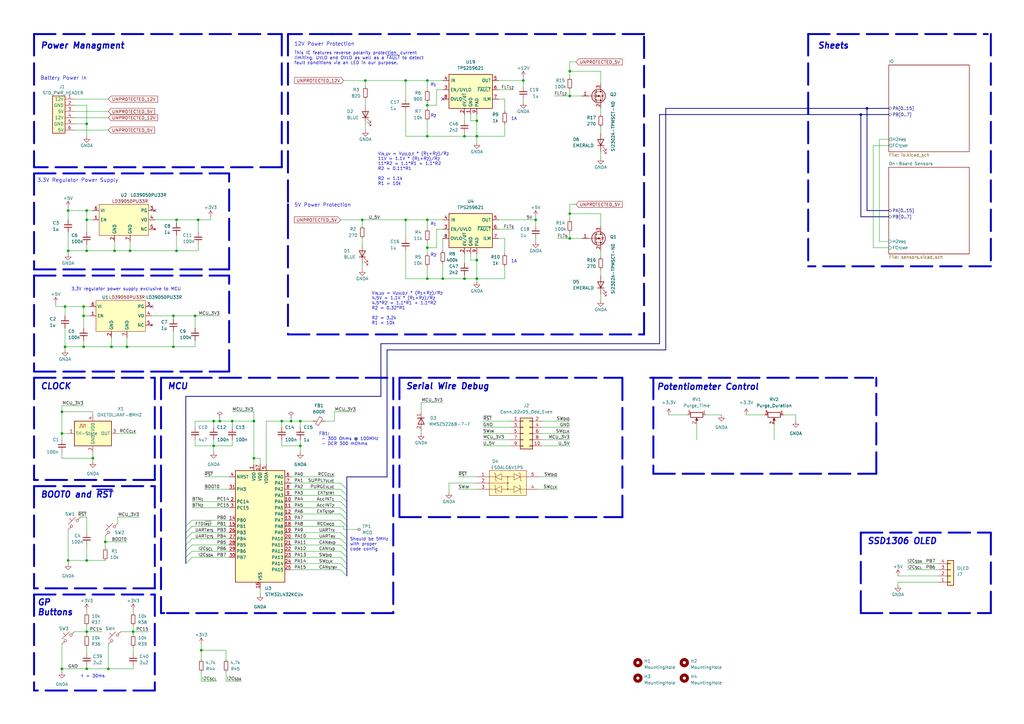
<source format=kicad_sch>
(kicad_sch (version 20231120) (generator "eeschema") (generator_version "8.0")
  (paper "A3")
  (title_block (title "Fuel Cell Controller Board (Lucy)") (date "2023-08-12") (rev "1.0") (company "EcoCar"))
  (junction (at 195.58 49.53))
  (junction (at 219.71 90.17))
  (junction (at 26.67 142.24))
  (junction (at 35.56 50.8))
  (junction (at 175.26 90.17))
  (junction (at 214.63 33.02))
  (junction (at 195.58 106.68))
  (junction (at 195.58 55.88))
  (junction (at 35.56 90.17))
  (junction (at 123.19 172.72))
  (junction (at 190.5 114.3))
  (junction (at 175.26 101.6))
  (junction (at 233.68 97.79))
  (junction (at 166.37 90.17))
  (junction (at 35.56 274.32))
  (junction (at 72.39 90.17))
  (junction (at 175.26 33.02))
  (junction (at 35.56 102.87))
  (junction (at 25.4 274.32))
  (junction (at 195.58 114.3))
  (junction (at 26.67 125.73))
  (junction (at 104.14 187.96))
  (junction (at 104.14 172.72))
  (junction (at 52.07 142.24))
  (junction (at 175.26 55.88))
  (junction (at 34.29 129.54))
  (junction (at 233.68 39.37))
  (junction (at 27.94 229.87))
  (junction (at 95.25 172.72))
  (junction (at 38.1 187.96))
  (junction (at 87.63 182.88))
  (junction (at 353.06 46.99))
  (junction (at 46.99 102.87))
  (junction (at 71.12 129.54))
  (junction (at 54.61 259.08))
  (junction (at 119.38 172.72))
  (junction (at 115.57 172.72))
  (junction (at 27.94 102.87))
  (junction (at 149.86 33.02))
  (junction (at 44.45 274.32))
  (junction (at 233.68 29.21))
  (junction (at 82.55 266.7))
  (junction (at 87.63 172.72))
  (junction (at 45.72 142.24))
  (junction (at 81.28 90.17))
  (junction (at 27.94 86.36))
  (junction (at 123.19 182.88))
  (junction (at 166.37 33.02))
  (junction (at 43.18 222.25))
  (junction (at 34.29 142.24))
  (junction (at 233.68 87.63))
  (junction (at 53.34 102.87))
  (junction (at 175.26 43.18))
  (junction (at 90.17 172.72))
  (junction (at 34.29 125.73))
  (junction (at 181.61 114.3))
  (junction (at 71.12 142.24))
  (junction (at 148.59 90.17))
  (junction (at 35.56 86.36))
  (junction (at 25.4 168.91))
  (junction (at 355.6 44.45))
  (junction (at 175.26 114.3))
  (junction (at 72.39 102.87))
  (junction (at 25.4 177.8))
  (junction (at 190.5 55.88))
  (junction (at 80.01 129.54))
  (junction (at 35.56 259.08))
  (junction (at 35.56 229.87))
  (no_connect (at 63.5 86.36))
  (no_connect (at 62.23 125.73))
  (no_connect (at 181.61 40.64))
  (bus_entry (at 78.74 213.36) (size -2.54 2.54))
  (bus_entry (at 139.7 218.44) (size 2.54 2.54))
  (bus_entry (at 139.7 205.74) (size 2.54 2.54))
  (bus_entry (at 139.7 228.6) (size 2.54 2.54))
  (bus_entry (at 139.7 200.66) (size 2.54 2.54))
  (bus_entry (at 139.7 233.68) (size 2.54 2.54))
  (bus_entry (at 139.7 198.12) (size 2.54 2.54))
  (bus_entry (at 78.74 220.98) (size -2.54 2.54))
  (bus_entry (at 139.7 203.2) (size 2.54 2.54))
  (bus_entry (at 78.74 215.9) (size -2.54 2.54))
  (bus_entry (at 139.7 226.06) (size 2.54 2.54))
  (bus_entry (at 78.74 228.6) (size -2.54 2.54))
  (bus_entry (at 78.74 226.06) (size -2.54 2.54))
  (bus_entry (at 78.74 218.44) (size -2.54 2.54))
  (bus_entry (at 78.74 223.52) (size -2.54 2.54))
  (bus_entry (at 139.7 223.52) (size 2.54 2.54))
  (bus_entry (at 139.7 213.36) (size 2.54 2.54))
  (bus_entry (at 139.7 208.28) (size 2.54 2.54))
  (bus_entry (at 139.7 210.82) (size 2.54 2.54))
  (bus_entry (at 139.7 231.14) (size 2.54 2.54))
  (bus_entry (at 139.7 220.98) (size 2.54 2.54))
  (wire (pts (xy 195.58 106.68) (xy 195.58 114.3)))
  (wire (pts (xy 44.45 274.32) (xy 54.61 274.32)))
  (wire (pts (xy 119.38 226.06) (xy 139.7 226.06)))
  (wire (pts (xy 95.25 180.34) (xy 95.25 182.88)))
  (wire (pts (xy 119.38 228.6) (xy 139.7 228.6)))
  (wire (pts (xy 87.63 172.72) (xy 90.17 172.72)))
  (wire (pts (xy 372.11 231.14) (xy 384.81 231.14)))
  (wire (pts (xy 119.38 215.9) (xy 140.97 215.9)))
  (wire (pts (xy 190.5 114.3) (xy 195.58 114.3)))
  (wire (pts (xy 128.27 172.72) (xy 123.19 172.72)))
  (wire (pts (xy 34.29 139.7) (xy 34.29 142.24)))
  (wire (pts (xy 148.59 90.17) (xy 166.37 90.17)))
  (wire (pts (xy 25.4 274.32) (xy 35.56 274.32)))
  (wire (pts (xy 35.56 229.87) (xy 43.18 229.87)))
  (wire (pts (xy 193.04 104.14) (xy 193.04 106.68)))
  (wire (pts (xy 34.29 125.73) (xy 34.29 129.54)))
  (bus (pts (xy 273.05 44.45) (xy 273.05 143.51)))
  (polyline (pts (xy 118.11 83.82) (xy 118.11 88.9)) (stroke (width 0.8) (type dash)))
  (polyline (pts (xy 66.04 154.94) (xy 66.04 196.85)) (stroke (width 0.8) (type dash)))
  (wire (pts (xy 35.56 259.08) (xy 35.56 260.35)))
  (wire (pts (xy 195.58 114.3) (xy 207.01 114.3)))
  (wire (pts (xy 246.38 44.45) (xy 246.38 46.99)))
  (wire (pts (xy 35.56 274.32) (xy 35.56 273.05)))
  (wire (pts (xy 368.3 236.22) (xy 384.81 236.22)))
  (wire (pts (xy 104.14 190.5) (xy 104.14 187.96)))
  (wire (pts (xy 44.45 264.16) (xy 44.45 274.32)))
  (wire (pts (xy 30.48 40.64) (xy 44.45 40.64)))
  (wire (pts (xy 175.26 114.3) (xy 181.61 114.3)))
  (wire (pts (xy 119.38 195.58) (xy 137.16 195.58)))
  (wire (pts (xy 25.4 166.37) (xy 25.4 168.91)))
  (wire (pts (xy 34.29 142.24) (xy 45.72 142.24)))
  (wire (pts (xy 207.01 40.64) (xy 207.01 45.72)))
  (wire (pts (xy 190.5 113.03) (xy 190.5 114.3)))
  (wire (pts (xy 149.86 33.02) (xy 149.86 35.56)))
  (bus (pts (xy 76.2 162.56) (xy 76.2 215.9)))
  (wire (pts (xy 43.18 219.71) (xy 43.18 222.25)))
  (wire (pts (xy 214.63 31.75) (xy 214.63 33.02)))
  (wire (pts (xy 181.61 114.3) (xy 190.5 114.3)))
  (polyline (pts (xy 163.83 212.09) (xy 255.27 212.09)) (stroke (width 0.8) (type dash)))
  (wire (pts (xy 43.18 222.25) (xy 43.18 224.79)))
  (wire (pts (xy 368.3 238.76) (xy 368.3 240.03)))
  (wire (pts (xy 38.1 168.91) (xy 38.1 170.18)))
  (wire (pts (xy 72.39 90.17) (xy 81.28 90.17)))
  (polyline (pts (xy 13.97 13.97) (xy 13.97 68.58)) (stroke (width 0.8) (type dash)))
  (wire (pts (xy 78.74 205.74) (xy 93.98 205.74)))
  (wire (pts (xy 109.22 172.72) (xy 109.22 190.5)))
  (polyline (pts (xy 13.97 71.12) (xy 13.97 110.49)) (stroke (width 0.8) (type dash)))
  (polyline (pts (xy 13.97 199.39) (xy 13.97 241.3)) (stroke (width 0.8) (type dash)))
  (wire (pts (xy 35.56 86.36) (xy 35.56 90.17)))
  (wire (pts (xy 175.26 43.18) (xy 175.26 44.45)))
  (wire (pts (xy 123.19 182.88) (xy 123.19 185.42)))
  (wire (pts (xy 219.71 88.9) (xy 219.71 90.17)))
  (polyline (pts (xy 63.5 283.21) (xy 13.97 283.21)) (stroke (width 0.8) (type dash)))
  (bus (pts (xy 142.24 210.82) (xy 142.24 213.36)))
  (wire (pts (xy 106.68 187.96) (xy 106.68 190.5)))
  (wire (pts (xy 195.58 55.88) (xy 195.58 58.42)))
  (wire (pts (xy 25.4 187.96) (xy 38.1 187.96)))
  (polyline (pts (xy 13.97 243.84) (xy 63.5 243.84)) (stroke (width 0.8) (type dash)))
  (wire (pts (xy 198.12 177.8) (xy 209.55 177.8)))
  (wire (pts (xy 184.15 198.12) (xy 184.15 201.93)))
  (bus (pts (xy 156.21 140.97) (xy 156.21 162.56)))
  (polyline (pts (xy 135.89 13.97) (xy 118.11 13.97)) (stroke (width 0.8) (type dash)))
  (bus (pts (xy 353.06 46.99) (xy 353.06 88.9)))
  (wire (pts (xy 204.47 93.98) (xy 210.82 93.98)))
  (wire (pts (xy 35.56 250.19) (xy 35.56 251.46)))
  (wire (pts (xy 38.1 187.96) (xy 38.1 189.23)))
  (wire (pts (xy 166.37 45.72) (xy 166.37 55.88)))
  (wire (pts (xy 166.37 55.88) (xy 175.26 55.88)))
  (polyline (pts (xy 115.57 68.58) (xy 13.97 68.58)) (stroke (width 0.8) (type dash)))
  (wire (pts (xy 80.01 180.34) (xy 80.01 182.88)))
  (wire (pts (xy 95.25 172.72) (xy 104.14 172.72)))
  (wire (pts (xy 119.38 198.12) (xy 139.7 198.12)))
  (wire (pts (xy 148.59 90.17) (xy 148.59 92.71)))
  (wire (pts (xy 78.74 220.98) (xy 93.98 220.98)))
  (wire (pts (xy 104.14 168.91) (xy 104.14 172.72)))
  (wire (pts (xy 30.48 50.8) (xy 35.56 50.8)))
  (wire (pts (xy 80.01 172.72) (xy 80.01 175.26)))
  (wire (pts (xy 360.68 99.06) (xy 364.49 99.06)))
  (polyline (pts (xy 115.57 13.97) (xy 115.57 68.58)) (stroke (width 0.8) (type dash)))
  (polyline (pts (xy 264.16 83.82) (xy 264.16 88.9)) (stroke (width 0.8) (type dash)))
  (wire (pts (xy 166.37 33.02) (xy 175.26 33.02)))
  (wire (pts (xy 81.28 90.17) (xy 81.28 95.25)))
  (polyline (pts (xy 93.98 152.4) (xy 93.98 113.03)) (stroke (width 0.8) (type dash)))
  (bus (pts (xy 142.24 215.9) (xy 142.24 220.98)))
  (wire (pts (xy 30.48 53.34) (xy 44.45 53.34)))
  (wire (pts (xy 198.12 182.88) (xy 209.55 182.88)))
  (wire (pts (xy 172.72 165.1) (xy 181.61 165.1)))
  (polyline (pts (xy 266.7 154.94) (xy 358.14 154.94)) (stroke (width 0.8) (type dash)))
  (wire (pts (xy 187.96 195.58) (xy 195.58 195.58)))
  (wire (pts (xy 195.58 49.53) (xy 195.58 46.99)))
  (wire (pts (xy 81.28 102.87) (xy 81.28 100.33)))
  (wire (pts (xy 119.38 223.52) (xy 139.7 223.52)))
  (wire (pts (xy 207.01 109.22) (xy 207.01 114.3)))
  (bus (pts (xy 76.2 226.06) (xy 76.2 228.6)))
  (wire (pts (xy 35.56 223.52) (xy 35.56 229.87)))
  (wire (pts (xy 35.56 86.36) (xy 38.1 86.36)))
  (wire (pts (xy 364.49 57.15) (xy 360.68 57.15)))
  (wire (pts (xy 195.58 198.12) (xy 184.15 198.12)))
  (polyline (pts (xy 93.98 110.49) (xy 93.98 71.12)) (stroke (width 0.8) (type dash)))
  (wire (pts (xy 175.26 90.17) (xy 175.26 93.98)))
  (wire (pts (xy 90.17 171.45) (xy 90.17 172.72)))
  (wire (pts (xy 72.39 102.87) (xy 81.28 102.87)))
  (bus (pts (xy 142.24 213.36) (xy 142.24 215.9)))
  (wire (pts (xy 35.56 43.18) (xy 35.56 50.8)))
  (wire (pts (xy 204.47 40.64) (xy 207.01 40.64)))
  (wire (pts (xy 222.25 180.34) (xy 233.68 180.34)))
  (polyline (pts (xy 353.06 218.44) (xy 353.06 251.46)) (stroke (width 0.8) (type dash)))
  (wire (pts (xy 193.04 106.68) (xy 195.58 106.68)))
  (wire (pts (xy 80.01 142.24) (xy 80.01 139.7)))
  (wire (pts (xy 92.71 279.4) (xy 99.06 279.4)))
  (bus (pts (xy 273.05 143.51) (xy 158.75 143.51)))
  (polyline (pts (xy 264.16 137.16) (xy 264.16 88.9)) (stroke (width 0.8) (type dash)))
  (wire (pts (xy 233.68 95.25) (xy 233.68 97.79)))
  (wire (pts (xy 92.71 275.59) (xy 92.71 279.4)))
  (wire (pts (xy 246.38 110.49) (xy 246.38 113.03)))
  (wire (pts (xy 104.14 172.72) (xy 104.14 187.96)))
  (wire (pts (xy 358.14 101.6) (xy 364.49 101.6)))
  (polyline (pts (xy 63.5 243.84) (xy 63.5 283.21)) (stroke (width 0.8) (type dash)))
  (bus (pts (xy 76.2 220.98) (xy 76.2 223.52)))
  (wire (pts (xy 219.71 92.71) (xy 219.71 90.17)))
  (wire (pts (xy 166.37 90.17) (xy 175.26 90.17)))
  (wire (pts (xy 233.68 90.17) (xy 233.68 87.63)))
  (wire (pts (xy 246.38 120.65) (xy 246.38 123.19)))
  (wire (pts (xy 26.67 142.24) (xy 26.67 143.51)))
  (wire (pts (xy 222.25 177.8) (xy 233.68 177.8)))
  (wire (pts (xy 236.22 25.4) (xy 233.68 25.4)))
  (bus (pts (xy 142.24 205.74) (xy 142.24 208.28)))
  (polyline (pts (xy 406.4 109.22) (xy 331.47 109.22)) (stroke (width 0.8) (type dash)))
  (bus (pts (xy 142.24 200.66) (xy 142.24 203.2)))
  (bus (pts (xy 142.24 231.14) (xy 142.24 233.68)))
  (wire (pts (xy 222.25 182.88) (xy 233.68 182.88)))
  (bus (pts (xy 142.24 203.2) (xy 142.24 205.74)))
  (wire (pts (xy 34.29 129.54) (xy 34.29 134.62)))
  (wire (pts (xy 26.67 125.73) (xy 26.67 129.54)))
  (wire (pts (xy 27.94 231.14) (xy 27.94 229.87)))
  (wire (pts (xy 181.61 107.95) (xy 181.61 114.3)))
  (wire (pts (xy 35.56 265.43) (xy 35.56 267.97)))
  (wire (pts (xy 80.01 129.54) (xy 90.17 129.54)))
  (wire (pts (xy 87.63 180.34) (xy 87.63 182.88)))
  (bus (pts (xy 142.24 220.98) (xy 142.24 223.52)))
  (wire (pts (xy 175.26 33.02) (xy 181.61 33.02)))
  (wire (pts (xy 233.68 29.21) (xy 246.38 29.21)))
  (wire (pts (xy 246.38 87.63) (xy 246.38 92.71)))
  (wire (pts (xy 175.26 90.17) (xy 181.61 90.17)))
  (bus (pts (xy 76.2 215.9) (xy 76.2 218.44)))
  (wire (pts (xy 246.38 102.87) (xy 246.38 105.41)))
  (wire (pts (xy 87.63 182.88) (xy 87.63 185.42)))
  (polyline (pts (xy 359.41 194.31) (xy 359.41 154.94)) (stroke (width 0.8) (type dash)))
  (wire (pts (xy 321.31 170.18) (xy 326.39 170.18)))
  (wire (pts (xy 71.12 129.54) (xy 80.01 129.54)))
  (wire (pts (xy 38.1 168.91) (xy 25.4 168.91)))
  (wire (pts (xy 104.14 187.96) (xy 106.68 187.96)))
  (wire (pts (xy 78.74 218.44) (xy 93.98 218.44)))
  (polyline (pts (xy 255.27 212.09) (xy 255.27 154.94)) (stroke (width 0.8) (type dash)))
  (wire (pts (xy 139.7 90.17) (xy 148.59 90.17)))
  (wire (pts (xy 35.56 90.17) (xy 35.56 95.25)))
  (wire (pts (xy 233.68 36.83) (xy 233.68 39.37)))
  (wire (pts (xy 78.74 223.52) (xy 93.98 223.52)))
  (bus (pts (xy 353.06 88.9) (xy 364.49 88.9)))
  (polyline (pts (xy 353.06 218.44) (xy 406.4 218.44)) (stroke (width 0.8) (type dash)))
  (polyline (pts (xy 13.97 110.49) (xy 93.98 110.49)) (stroke (width 0.8) (type dash)))
  (wire (pts (xy 326.39 170.18) (xy 326.39 172.72)))
  (polyline (pts (xy 118.11 137.16) (xy 264.16 137.16)) (stroke (width 0.8) (type dash)))
  (wire (pts (xy 207.01 50.8) (xy 207.01 55.88)))
  (wire (pts (xy 198.12 172.72) (xy 209.55 172.72)))
  (wire (pts (xy 214.63 35.56) (xy 214.63 33.02)))
  (wire (pts (xy 204.47 36.83) (xy 210.82 36.83)))
  (wire (pts (xy 119.38 233.68) (xy 139.7 233.68)))
  (wire (pts (xy 246.38 29.21) (xy 246.38 34.29)))
  (wire (pts (xy 195.58 106.68) (xy 195.58 104.14)))
  (wire (pts (xy 190.5 104.14) (xy 190.5 107.95)))
  (wire (pts (xy 220.98 200.66) (xy 228.6 200.66)))
  (bus (pts (xy 142.24 208.28) (xy 142.24 210.82)))
  (wire (pts (xy 204.47 90.17) (xy 219.71 90.17)))
  (wire (pts (xy 27.94 86.36) (xy 35.56 86.36)))
  (wire (pts (xy 95.25 172.72) (xy 95.25 175.26)))
  (wire (pts (xy 34.29 129.54) (xy 36.83 129.54)))
  (wire (pts (xy 54.61 259.08) (xy 60.96 259.08)))
  (wire (pts (xy 179.07 101.6) (xy 175.26 101.6)))
  (polyline (pts (xy 406.4 13.97) (xy 406.4 109.22)) (stroke (width 0.8) (type dash)))
  (wire (pts (xy 233.68 97.79) (xy 238.76 97.79)))
  (polyline (pts (xy 264.16 83.82) (xy 264.16 13.97)) (stroke (width 0.8) (type dash)))
  (wire (pts (xy 222.25 172.72) (xy 233.68 172.72)))
  (wire (pts (xy 35.56 256.54) (xy 35.56 259.08)))
  (wire (pts (xy 43.18 222.25) (xy 52.07 222.25)))
  (bus (pts (xy 158.75 143.51) (xy 158.75 195.58)))
  (wire (pts (xy 193.04 46.99) (xy 193.04 49.53)))
  (polyline (pts (xy 63.5 241.3) (xy 13.97 241.3)) (stroke (width 0.8) (type dash)))
  (wire (pts (xy 48.26 177.8) (xy 55.88 177.8)))
  (wire (pts (xy 30.48 259.08) (xy 35.56 259.08)))
  (wire (pts (xy 82.55 264.16) (xy 82.55 266.7)))
  (wire (pts (xy 372.11 233.68) (xy 384.81 233.68)))
  (wire (pts (xy 306.07 170.18) (xy 313.69 170.18)))
  (wire (pts (xy 45.72 142.24) (xy 45.72 138.43)))
  (wire (pts (xy 317.5 173.99) (xy 317.5 180.34)))
  (wire (pts (xy 179.07 43.18) (xy 175.26 43.18)))
  (wire (pts (xy 233.68 87.63) (xy 246.38 87.63)))
  (wire (pts (xy 190.5 46.99) (xy 190.5 49.53)))
  (wire (pts (xy 30.48 48.26) (xy 44.45 48.26)))
  (wire (pts (xy 54.61 265.43) (xy 54.61 267.97)))
  (wire (pts (xy 137.16 168.91) (xy 137.16 172.72)))
  (wire (pts (xy 27.94 217.17) (xy 27.94 229.87)))
  (wire (pts (xy 181.61 97.79) (xy 181.61 102.87)))
  (polyline (pts (xy 13.97 113.03) (xy 13.97 152.4)) (stroke (width 0.8) (type dash)))
  (wire (pts (xy 25.4 166.37) (xy 34.29 166.37)))
  (wire (pts (xy 95.25 168.91) (xy 104.14 168.91)))
  (bus (pts (xy 353.06 46.99) (xy 364.49 46.99)))
  (wire (pts (xy 106.68 241.3) (xy 106.68 243.84)))
  (wire (pts (xy 27.94 95.25) (xy 27.94 102.87)))
  (wire (pts (xy 25.4 177.8) (xy 25.4 180.34)))
  (wire (pts (xy 137.16 168.91) (xy 146.05 168.91)))
  (wire (pts (xy 78.74 208.28) (xy 93.98 208.28)))
  (polyline (pts (xy 353.06 251.46) (xy 406.4 251.46)) (stroke (width 0.8) (type dash)))
  (wire (pts (xy 119.38 208.28) (xy 139.7 208.28)))
  (wire (pts (xy 119.38 231.14) (xy 139.7 231.14)))
  (wire (pts (xy 119.38 171.45) (xy 119.38 172.72)))
  (polyline (pts (xy 63.5 154.94) (xy 63.5 196.85)) (stroke (width 0.8) (type dash)))
  (polyline (pts (xy 118.11 13.97) (xy 118.11 83.82)) (stroke (width 0.8) (type dash)))
  (polyline (pts (xy 331.47 13.97) (xy 405.13 13.97)) (stroke (width 0.8) (type dash)))
  (wire (pts (xy 368.3 238.76) (xy 384.81 238.76)))
  (wire (pts (xy 30.48 43.18) (xy 35.56 43.18)))
  (bus (pts (xy 270.51 140.97) (xy 156.21 140.97)))
  (polyline (pts (xy 13.97 113.03) (xy 93.98 113.03)) (stroke (width 0.8) (type dash)))
  (wire (pts (xy 27.94 102.87) (xy 35.56 102.87)))
  (wire (pts (xy 228.6 97.79) (xy 233.68 97.79)))
  (wire (pts (xy 358.14 59.69) (xy 358.14 101.6)))
  (bus (pts (xy 142.24 228.6) (xy 142.24 231.14)))
  (wire (pts (xy 33.02 212.09) (xy 35.56 212.09)))
  (wire (pts (xy 80.01 182.88) (xy 87.63 182.88)))
  (wire (pts (xy 360.68 57.15) (xy 360.68 99.06)))
  (wire (pts (xy 119.38 205.74) (xy 139.7 205.74)))
  (wire (pts (xy 149.86 50.8) (xy 149.86 53.34)))
  (polyline (pts (xy 66.04 251.46) (xy 67.31 251.46)) (stroke (width 0.8) (type dash)))
  (wire (pts (xy 149.86 33.02) (xy 166.37 33.02)))
  (wire (pts (xy 233.68 83.82) (xy 236.22 83.82)))
  (wire (pts (xy 83.82 195.58) (xy 93.98 195.58)))
  (wire (pts (xy 119.38 213.36) (xy 139.7 213.36)))
  (wire (pts (xy 35.56 274.32) (xy 44.45 274.32)))
  (wire (pts (xy 179.07 36.83) (xy 179.07 43.18)))
  (wire (pts (xy 35.56 90.17) (xy 38.1 90.17)))
  (wire (pts (xy 195.58 55.88) (xy 207.01 55.88)))
  (wire (pts (xy 52.07 142.24) (xy 71.12 142.24)))
  (bus (pts (xy 76.2 228.6) (xy 76.2 231.14)))
  (wire (pts (xy 181.61 93.98) (xy 179.07 93.98)))
  (polyline (pts (xy 267.97 194.31) (xy 359.41 194.31)) (stroke (width 0.8) (type dash)))
  (wire (pts (xy 63.5 90.17) (xy 72.39 90.17)))
  (wire (pts (xy 119.38 218.44) (xy 139.7 218.44)))
  (wire (pts (xy 214.63 41.91) (xy 214.63 40.64)))
  (wire (pts (xy 285.75 173.99) (xy 285.75 180.34)))
  (wire (pts (xy 187.96 200.66) (xy 195.58 200.66)))
  (wire (pts (xy 82.55 279.4) (xy 88.9 279.4)))
  (wire (pts (xy 195.58 114.3) (xy 195.58 115.57)))
  (wire (pts (xy 87.63 182.88) (xy 95.25 182.88)))
  (wire (pts (xy 172.72 176.53) (xy 172.72 177.8)))
  (wire (pts (xy 35.56 259.08) (xy 41.91 259.08)))
  (bus (pts (xy 76.2 223.52) (xy 76.2 226.06)))
  (bus (pts (xy 355.6 44.45) (xy 364.49 44.45)))
  (wire (pts (xy 119.38 172.72) (xy 123.19 172.72)))
  (wire (pts (xy 45.72 142.24) (xy 52.07 142.24)))
  (bus (pts (xy 142.24 226.06) (xy 142.24 228.6)))
  (wire (pts (xy 71.12 135.89) (xy 71.12 142.24)))
  (polyline (pts (xy 161.29 251.46) (xy 66.04 251.46)) (stroke (width 0.8) (type dash)))
  (wire (pts (xy 80.01 172.72) (xy 87.63 172.72)))
  (wire (pts (xy 198.12 180.34) (xy 209.55 180.34)))
  (wire (pts (xy 148.59 97.79) (xy 148.59 100.33)))
  (wire (pts (xy 22.86 124.46) (xy 22.86 125.73)))
  (polyline (pts (xy 13.97 71.12) (xy 93.98 71.12)) (stroke (width 0.8) (type dash)))
  (wire (pts (xy 195.58 49.53) (xy 195.58 55.88)))
  (wire (pts (xy 26.67 142.24) (xy 34.29 142.24)))
  (bus (pts (xy 142.24 223.52) (xy 142.24 226.06)))
  (wire (pts (xy 35.56 100.33) (xy 35.56 102.87)))
  (wire (pts (xy 198.12 175.26) (xy 209.55 175.26)))
  (wire (pts (xy 289.56 170.18) (xy 295.91 170.18)))
  (wire (pts (xy 90.17 172.72) (xy 95.25 172.72)))
  (wire (pts (xy 364.49 59.69) (xy 358.14 59.69)))
  (polyline (pts (xy 406.4 251.46) (xy 406.4 218.44)) (stroke (width 0.8) (type dash)))
  (wire (pts (xy 48.26 212.09) (xy 48.26 214.63)))
  (wire (pts (xy 175.26 41.91) (xy 175.26 43.18)))
  (wire (pts (xy 93.98 200.66) (xy 83.82 200.66)))
  (wire (pts (xy 34.29 125.73) (xy 36.83 125.73)))
  (bus (pts (xy 355.6 86.36) (xy 364.49 86.36)))
  (wire (pts (xy 46.99 102.87) (xy 53.34 102.87)))
  (wire (pts (xy 82.55 266.7) (xy 82.55 270.51)))
  (wire (pts (xy 123.19 172.72) (xy 123.19 175.26)))
  (wire (pts (xy 140.97 33.02) (xy 149.86 33.02)))
  (polyline (pts (xy 13.97 154.94) (xy 63.5 154.94)) (stroke (width 0.8) (type dash)))
  (wire (pts (xy 123.19 182.88) (xy 115.57 182.88)))
  (wire (pts (xy 52.07 138.43) (xy 52.07 142.24)))
  (wire (pts (xy 219.71 99.06) (xy 219.71 97.79)))
  (polyline (pts (xy 163.83 154.94) (xy 255.27 154.94)) (stroke (width 0.8) (type dash)))
  (wire (pts (xy 204.47 97.79) (xy 207.01 97.79)))
  (wire (pts (xy 53.34 99.06) (xy 53.34 102.87)))
  (wire (pts (xy 92.71 266.7) (xy 92.71 270.51)))
  (wire (pts (xy 25.4 168.91) (xy 25.4 177.8)))
  (wire (pts (xy 190.5 54.61) (xy 190.5 55.88)))
  (wire (pts (xy 78.74 213.36) (xy 93.98 213.36)))
  (wire (pts (xy 27.94 85.09) (xy 27.94 86.36)))
  (wire (pts (xy 26.67 125.73) (xy 34.29 125.73)))
  (polyline (pts (xy 66.04 154.94) (xy 161.29 154.94)) (stroke (width 0.8) (type dash)))
  (polyline (pts (xy 267.97 154.94) (xy 267.97 194.31)) (stroke (width 0.8) (type dash)))
  (wire (pts (xy 22.86 125.73) (xy 26.67 125.73)))
  (wire (pts (xy 115.57 175.26) (xy 115.57 172.72)))
  (wire (pts (xy 54.61 256.54) (xy 54.61 259.08)))
  (bus (pts (xy 355.6 44.45) (xy 355.6 86.36)))
  (polyline (pts (xy 63.5 199.39) (xy 63.5 241.3)) (stroke (width 0.8) (type dash)))
  (wire (pts (xy 119.38 200.66) (xy 139.7 200.66)))
  (polyline (pts (xy 13.97 152.4) (xy 93.98 152.4)) (stroke (width 0.8) (type dash)))
  (wire (pts (xy 62.23 129.54) (xy 71.12 129.54)))
  (wire (pts (xy 78.74 215.9) (xy 93.98 215.9)))
  (wire (pts (xy 86.36 88.9) (xy 86.36 90.17)))
  (wire (pts (xy 48.26 212.09) (xy 57.15 212.09)))
  (wire (pts (xy 204.47 33.02) (xy 214.63 33.02)))
  (wire (pts (xy 233.68 39.37) (xy 238.76 39.37)))
  (wire (pts (xy 119.38 220.98) (xy 139.7 220.98)))
  (polyline (pts (xy 13.97 243.84) (xy 13.97 283.21)) (stroke (width 0.8) (type dash)))
  (wire (pts (xy 123.19 180.34) (xy 123.19 182.88)))
  (wire (pts (xy 148.59 107.95) (xy 148.59 110.49)))
  (wire (pts (xy 27.94 102.87) (xy 27.94 104.14)))
  (wire (pts (xy 54.61 259.08) (xy 54.61 260.35)))
  (bus (pts (xy 273.05 44.45) (xy 355.6 44.45)))
  (wire (pts (xy 54.61 250.19) (xy 54.61 251.46)))
  (wire (pts (xy 179.07 93.98) (xy 179.07 101.6)))
  (wire (pts (xy 53.34 102.87) (xy 72.39 102.87)))
  (bus (pts (xy 142.24 195.58) (xy 158.75 195.58)))
  (wire (pts (xy 27.94 229.87) (xy 35.56 229.87)))
  (wire (pts (xy 233.68 31.75) (xy 233.68 29.21)))
  (wire (pts (xy 149.86 40.64) (xy 149.86 43.18)))
  (wire (pts (xy 166.37 102.87) (xy 166.37 114.3)))
  (wire (pts (xy 35.56 102.87) (xy 46.99 102.87)))
  (wire (pts (xy 35.56 50.8) (xy 35.56 55.88)))
  (polyline (pts (xy 161.29 154.94) (xy 161.29 251.46)) (stroke (width 0.8) (type dash)))
  (wire (pts (xy 26.67 134.62) (xy 26.67 142.24)))
  (wire (pts (xy 175.26 55.88) (xy 190.5 55.88)))
  (polyline (pts (xy 163.83 154.94) (xy 163.83 212.09)) (stroke (width 0.8) (type dash)))
  (wire (pts (xy 82.55 275.59) (xy 82.55 279.4)))
  (polyline (pts (xy 264.16 13.97) (xy 135.89 13.97)) (stroke (width 0.8) (type dash)))
  (wire (pts (xy 72.39 90.17) (xy 72.39 91.44)))
  (wire (pts (xy 78.74 228.6) (xy 93.98 228.6)))
  (wire (pts (xy 233.68 87.63) (xy 233.68 83.82)))
  (wire (pts (xy 166.37 33.02) (xy 166.37 40.64)))
  (wire (pts (xy 115.57 180.34) (xy 115.57 182.88)))
  (wire (pts (xy 46.99 102.87) (xy 46.99 99.06)))
  (wire (pts (xy 49.53 259.08) (xy 54.61 259.08)))
  (polyline (pts (xy 331.47 13.97) (xy 331.47 109.22)) (stroke (width 0.8) (type dash)))
  (wire (pts (xy 119.38 210.82) (xy 139.7 210.82)))
  (wire (pts (xy 25.4 185.42) (xy 25.4 187.96)))
  (wire (pts (xy 175.26 49.53) (xy 175.26 55.88)))
  (polyline (pts (xy 13.97 13.97) (xy 115.57 13.97)) (stroke (width 0.8) (type dash)))
  (wire (pts (xy 190.5 55.88) (xy 195.58 55.88)))
  (wire (pts (xy 193.04 49.53) (xy 195.58 49.53)))
  (wire (pts (xy 119.38 203.2) (xy 139.7 203.2)))
  (wire (pts (xy 175.26 33.02) (xy 175.26 36.83)))
  (wire (pts (xy 115.57 172.72) (xy 119.38 172.72)))
  (wire (pts (xy 222.25 175.26) (xy 233.68 175.26)))
  (wire (pts (xy 25.4 177.8) (xy 27.94 177.8)))
  (wire (pts (xy 175.26 109.22) (xy 175.26 114.3)))
  (wire (pts (xy 38.1 185.42) (xy 38.1 187.96)))
  (wire (pts (xy 175.26 101.6) (xy 175.26 104.14)))
  (wire (pts (xy 166.37 90.17) (xy 166.37 97.79)))
  (wire (pts (xy 109.22 172.72) (xy 115.57 172.72)))
  (wire (pts (xy 80.01 129.54) (xy 80.01 134.62)))
  (wire (pts (xy 87.63 172.72) (xy 87.63 175.26)))
  (wire (pts (xy 140.97 217.17) (xy 147.32 217.17)))
  (wire (pts (xy 27.94 86.36) (xy 27.94 90.17)))
  (wire (pts (xy 82.55 266.7) (xy 92.71 266.7)))
  (wire (pts (xy 181.61 36.83) (xy 179.07 36.83)))
  (wire (pts (xy 133.35 172.72) (xy 137.16 172.72)))
  (polyline (pts (xy 63.5 196.85) (xy 13.97 196.85)) (stroke (width 0.8) (type dash)))
  (wire (pts (xy 220.98 195.58) (xy 228.6 195.58)))
  (bus (pts (xy 270.51 46.99) (xy 270.51 140.97)))
  (wire (pts (xy 233.68 25.4) (xy 233.68 29.21)))
  (polyline (pts (xy 118.11 88.9) (xy 118.11 137.16)) (stroke (width 0.8) (type dash)))
  (bus (pts (xy 156.21 162.56) (xy 76.2 162.56)))
  (polyline (pts (xy 13.97 154.94) (xy 13.97 196.85)) (stroke (width 0.8) (type dash)))
  (wire (pts (xy 35.56 218.44) (xy 35.56 212.09)))
  (wire (pts (xy 274.32 170.18) (xy 281.94 170.18)))
  (bus (pts (xy 270.51 46.99) (xy 353.06 46.99)))
  (wire (pts (xy 246.38 62.23) (xy 246.38 64.77)))
  (wire (pts (xy 25.4 264.16) (xy 25.4 274.32)))
  (wire (pts (xy 25.4 274.32) (xy 25.4 275.59)))
  (wire (pts (xy 140.97 215.9) (xy 140.97 217.17)))
  (polyline (pts (xy 66.04 196.85) (xy 66.04 251.46)) (stroke (width 0.8) (type dash)))
  (wire (pts (xy 54.61 274.32) (xy 54.61 273.05)))
  (wire (pts (xy 172.72 165.1) (xy 172.72 168.91)))
  (wire (pts (xy 207.01 97.79) (xy 207.01 104.14)))
  (wire (pts (xy 71.12 129.54) (xy 71.12 130.81)))
  (bus (pts (xy 76.2 218.44) (xy 76.2 220.98)))
  (wire (pts (xy 72.39 96.52) (xy 72.39 102.87)))
  (bus (pts (xy 142.24 195.58) (xy 142.24 200.66)))
  (wire (pts (xy 81.28 90.17) (xy 86.36 90.17)))
  (bus (pts (xy 142.24 233.68) (xy 142.24 236.22)))
  (wire (pts (xy 71.12 142.24) (xy 80.01 142.24)))
  (polyline (pts (xy 13.97 199.39) (xy 63.5 199.39)) (stroke (width 0.8) (type dash)))
  (wire (pts (xy 166.37 114.3) (xy 175.26 114.3)))
  (wire (pts (xy 227.33 39.37) (xy 233.68 39.37)))
  (wire (pts (xy 246.38 52.07) (xy 246.38 54.61)))
  (wire (pts (xy 175.26 99.06) (xy 175.26 101.6)))
  (wire (pts (xy 30.48 45.72) (xy 44.45 45.72)))
  (wire (pts (xy 78.74 226.06) (xy 93.98 226.06)))
  (text "MCU" (at 68.58 160.02 0) (effects (font (size 2.5 2.5) (thickness 0.5) (bold yes) (italic yes)) (justify left bottom)))
  (text "R_{1}" (at 176.53 92.71 0) (effects (font (size 1.27 1.27)) (justify left bottom)))
  (text "FB1:\n - 300 Ohms @ 100MHz\n - DCR 300 mOhms" (at 130.81 182.88 0) (effects (font (size 1.27 1.27)) (justify left bottom)))
  (text "1A" (at 209.55 107.95 0) (effects (font (size 1.27 1.27)) (justify left bottom)))
  (text "Sheets" (at 335.28 20.32 0) (effects (font (size 2.5 2.5) (thickness 0.5) (bold yes) (italic yes)) (justify left bottom)))
  (text "12V Power Protection" (at 120.65 19.05 0) (effects (font (size 1.5 1.5)) (justify left bottom)))
  (text "Potentiometer Control" (at 269.24 160.274 0) (effects (font (size 2.5 2.5) (thickness 0.5) (bold yes) (italic yes)) (justify left bottom)))
  (text "CLOCK" (at 16.51 160.02 0) (effects (font (size 2.5 2.5) (thickness 0.5) (bold yes) (italic yes)) (justify left bottom)))
  (text "GP \nButtons" (at 15.24 252.73 0) (effects (font (size 2.5 2.5) (thickness 0.5) (bold yes) (italic yes)) (justify left bottom)))
  (text "V_{IN,UV} = V_{UVLO,F} * (R_{1}+R_{2})/R_{2}\n11V = 1.1V * (R_{1}+R_{2})/R_{2}\n11*R2 = 1.1*R1 + 1.1*R2\nR2 = 0.11*R1\n\nR2 = 1.1k\nR1 = 10k" (at 154.94 76.2 0) (effects (font (size 1.27 1.27)) (justify left bottom)))
  (text "R_{1}" (at 176.53 35.56 0) (effects (font (size 1.27 1.27)) (justify left bottom)))
  (text "Power Managment" (at 16.51 20.32 0) (effects (font (size 2.5 2.5) (thickness 0.5) (bold yes) (italic yes)) (justify left bottom)))
  (text "Should be 5MHz\nwith proper\ncode config" (at 143.51 226.06 0) (effects (font (size 1.27 1.27)) (justify left bottom)))
  (text "1A" (at 209.55 49.53 0) (effects (font (size 1.27 1.27)) (justify left bottom)))
  (text "SSD1306 OLED" (at 355.6 223.52 0) (effects (font (size 2.5 2.5) (thickness 0.5) (bold yes) (italic yes)) (justify left bottom)))
  (text "This IC features reverse polarity protection, current\nlimiting, UVLO and OVLO as well as a ~{FAULT} to detect\nfault conditions via an LED in our purpose." (at 120.65 26.67 0) (effects (font (size 1.27 1.27)) (justify left bottom)))
  (text "5V Power Protection" (at 120.65 85.09 0) (effects (font (size 1.5 1.5)) (justify left bottom)))
  (text "3.3V Regulator Power Supply" (at 15.24 74.93 0) (effects (font (size 1.5 1.5)) (justify left bottom)))
  (text "R_{2}" (at 176.53 48.26 0) (effects (font (size 1.27 1.27)) (justify left bottom)))
  (text "3.3V regulator power supply exclusive to MCU" (at 29.21 119.38 0) (effects (font (size 1.27 1.27)) (justify left bottom)))
  (text "Serial Wire Debug" (at 166.37 160.02 0) (effects (font (size 2.5 2.5) (thickness 0.5) (bold yes) (italic yes)) (justify left bottom)))
  (text "BOOT0 and ~{RST}" (at 16.51 204.47 0) (effects (font (size 2.5 2.5) (thickness 0.5) (bold yes) (italic yes)) (justify left bottom)))
  (text "Battery Power In" (at 16.51 33.02 0) (effects (font (size 1.5 1.5)) (justify left bottom)))
  (text "τ = 30ms" (at 33.02 278.13 0) (effects (font (size 1.27 1.27)) (justify left bottom)))
  (text "R_{2}" (at 176.53 105.41 0) (effects (font (size 1.27 1.27)) (justify left bottom)))
  (text "V_{IN,UV} = V_{UVLO,F} * (R_{1}+R_{2})/R_{2}\n4.5V = 1.1V * (R_{1}+R_{2})/R_{2}\n4.5*R2 = 1.1*R1 + 1.1*R2\nR2 = 0.32*R1\n\nR2 = 3.2k\nR1 = 10k" (at 152.4 133.35 0) (effects (font (size 1.27 1.27)) (justify left bottom)))
  (label "MCU_3V3" (at 57.15 212.09 180))
  (label "PB7" (at 88.9 228.6 0))
  (label "PB1" (at 88.9 215.9 0))
  (label "UART_{RX}" (at 130.81 220.98 0))
  (label "AccINT_{2}" (at 137.16 208.28 180))
  (label "PA15" (at 120.65 233.68 0))
  (label "PB3" (at 88.9 218.44 0))
  (label "CAN_{RXD}" (at 130.81 223.52 0))
  (label "5V" (at 215.9 90.17 0))
  (label "RCC_{CLK}" (at 137.16 195.58 180))
  (label "PA6" (at 120.65 210.82 0))
  (label "MCU_3V3" (at 95.25 168.91 0))
  (label "AccINT_{1}" (at 137.16 205.74 180))
  (label "I2C_{SCL}" (at 81.28 226.06 0))
  (label "MCU_3V3" (at 90.17 129.54 180))
  (label "PA11" (at 120.65 223.52 0))
  (label "SW_{CLK}" (at 233.68 177.8 180))
  (label "MCU_3V3" (at 181.61 165.1 180))
  (label "I2C_{SDA}" (at 372.11 231.14 0))
  (label "MCU_3V3" (at 233.68 180.34 180))
  (label "PB7" (at 379.73 231.14 0))
  (label "PA10" (at 120.65 220.98 0))
  (label "SW_{IM}" (at 198.12 177.8 0))
  (label "PC15" (at 88.9 208.28 0))
  (label "FTDI_{~{RST}}" (at 80.01 215.9 0))
  (label "U_5V" (at 151.13 90.17 0))
  (label "SW_{IM}" (at 187.96 200.66 0))
  (label "MCU_3V3" (at 146.05 168.91 180))
  (label "I2C_{SCL}" (at 88.9 279.4 180))
  (label "BOOT0" (at 83.82 200.66 0))
  (label "PA7" (at 120.65 213.36 0))
  (label "MCU_3V3" (at 198.12 180.34 0))
  (label "UART_{TX}" (at 130.81 218.44 0))
  (label "I2C_{SCL}" (at 372.11 233.68 0))
  (label "PB4" (at 88.9 220.98 0))
  (label "BTN_{1}" (at 78.74 205.74 0))
  (label "~{RST}" (at 187.96 195.58 0))
  (label "PC14" (at 88.9 205.74 0))
  (label "SW_{DIO}" (at 228.6 195.58 180))
  (label "GND" (at 27.94 274.32 0))
  (label "GND" (at 233.68 175.26 180))
  (label "CAN_{STBY}" (at 130.81 233.68 0))
  (label "PA1" (at 120.65 198.12 0))
  (label "~{RST}" (at 198.12 172.72 0))
  (label "PB6" (at 88.9 226.06 0))
  (label "SW_{CLK}" (at 228.6 200.66 180))
  (label "EXT_{STRT}" (at 137.16 203.2 180))
  (label "PC14" (at 41.91 259.08 180))
  (label "PA13" (at 120.65 228.6 0))
  (label "BOOT0" (at 52.07 222.25 180))
  (label "PA2" (at 120.65 200.66 0))
  (label "PA5" (at 120.65 208.28 0))
  (label "PA8" (at 120.65 215.9 0))
  (label "~{RST}" (at 83.82 195.58 0))
  (label "U_5V" (at 233.68 182.88 180))
  (label "RCC_{CLK}" (at 55.88 177.8 180))
  (label "SW_{DIO}" (at 233.68 172.72 180))
  (label "FLT_{12}" (at 210.82 36.83 180))
  (label "PURGE_{VLVE}" (at 137.16 200.66 180))
  (label "SW_{CLK}" (at 130.81 231.14 0))
  (label "PB0" (at 88.9 213.36 0))
  (label "GND" (at 198.12 175.26 0))
  (label "FLT_{12}" (at 227.33 39.37 0))
  (label "PC15" (at 60.96 259.08 180))
  (label "RCC_{MCO}" (at 137.16 215.9 180))
  (label "EXT_{STOP}" (at 137.16 210.82 180))
  (label "PA12" (at 120.65 226.06 0))
  (label "I2C_{SDA}" (at 99.06 279.4 180))
  (label "PB5" (at 88.9 223.52 0))
  (label "U_5V" (at 198.12 182.88 0))
  (label "PA14" (at 120.65 231.14 0))
  (label "SW_{DIO}" (at 130.81 228.6 0))
  (label "CAN_{TXD}" (at 130.81 226.06 0))
  (label "~{RST}" (at 35.56 212.09 180))
  (label "UART_{CTS}" (at 80.01 220.98 0))
  (label "PA3" (at 120.65 203.2 0))
  (label "PB6" (at 379.73 233.68 0))
  (label "I2C_{SDA}" (at 81.28 228.6 0))
  (label "SUPPLY_{VLVE}" (at 137.16 198.12 180))
  (label "BTN_{2}" (at 78.74 208.28 0))
  (label "PA9" (at 120.65 218.44 0))
  (label "UART_{RTS}" (at 80.01 218.44 0))
  (label "PA4" (at 120.65 205.74 0))
  (label "PA0" (at 120.65 195.58 0))
  (label "FLT_{5}" (at 210.82 93.98 180))
  (label "MCU_3V3" (at 34.29 166.37 180))
  (label "FLT_{5}" (at 228.6 97.79 0))
  (global_label "UNPROTECTED_12V" (shape input) (at 140.97 33.02 180) (property "Intersheetrefs" "${INTERSHEET_REFS}" (effects (hide yes))))
  (global_label "UNPROTECTED_5V" (shape input) (at 44.45 53.34 0) (property "Intersheetrefs" "${INTERSHEET_REFS}" (effects (hide yes))))
  (global_label "UNPROTECTED_5V" (shape input) (at 44.45 45.72 0) (property "Intersheetrefs" "${INTERSHEET_REFS}" (effects (hide yes))))
  (global_label "UNPROTECTED_12V" (shape input) (at 44.45 48.26 0) (property "Intersheetrefs" "${INTERSHEET_REFS}" (effects (hide yes))))
  (global_label "UNPROTECTED_5V" (shape input) (at 236.22 83.82 0) (property "Intersheetrefs" "${INTERSHEET_REFS}" (effects (hide yes))))
  (global_label "UNPROTECTED_5V" (shape input) (at 236.22 25.4 0) (property "Intersheetrefs" "${INTERSHEET_REFS}" (effects (hide yes))))
  (global_label "UNPROTECTED_12V" (shape input) (at 44.45 40.64 0) (property "Intersheetrefs" "${INTERSHEET_REFS}" (effects (hide yes))))
  (global_label "UNPROTECTED_5V" (shape input) (at 139.7 90.17 180) (property "Intersheetrefs" "${INTERSHEET_REFS}" (effects (hide yes))))
  (symbol (lib_id "Device:C_Small") (at 190.5 52.07 180) (unit 1)
    (property "Reference" "C46" (at 184.15 50.8 0) (effects (justify right)))
    (property "Value" "2n2" (at 184.15 53.34 0) (effects (justify right)))
    (property "Footprint" "Capacitor_SMD:C_0603_1608Metric" (effects (hide yes)))
    (property "Part#" "C1604" (effects (hide yes)))
  )
  (symbol (lib_id "power:GNDA") (at 27.94 104.14 0) (unit 1)
    (property "Reference" "#PWR026" (effects (hide yes)))
    (property "Value" "GNDA" (at 27.94 107.95 0))
  )
  (symbol (lib_id "Device:R_Small") (at 175.26 39.37 180) (unit 1)
    (property "Reference" "R6" (at 171.45 38.1 0))
    (property "Value" "900" (at 171.45 40.64 0))
    (property "Footprint" "Resistor_SMD:R_0603_1608Metric" (effects (hide yes)))
    (property "Part#" "C3013565" (effects (hide yes)))
  )
  (symbol (lib_id "power:GNDA") (at 25.4 275.59 0) (unit 1)
    (property "Reference" "#PWR074" (effects (hide yes)))
    (property "Value" "GNDA" (at 25.4 280.67 0))
  )
  (symbol (lib_id "power:GNDA") (at 106.68 243.84 0) (unit 1)
    (property "Reference" "#PWR011" (effects (hide yes)))
    (property "Value" "GNDA" (at 106.68 248.92 0))
  )
  (symbol (lib_id "Device:R_Small") (at 149.86 38.1 180) (unit 1)
    (property "Reference" "R3" (at 146.05 36.83 0))
    (property "Value" "820" (at 146.05 39.37 0))
    (property "Footprint" "Resistor_SMD:R_0603_1608Metric" (effects (hide yes)))
    (property "Part#" "C23253" (effects (hide yes)))
  )
  (symbol (lib_id "Device:C_Small") (at 95.25 177.8 0) (unit 1)
    (property "Reference" "C13" (at 96.52 175.26 0) (effects (justify left)))
    (property "Value" "100n" (at 101.6 180.34 0) (effects (justify right)))
    (property "Footprint" "Capacitor_SMD:C_0402_1005Metric" (effects (hide yes)))
    (property "Datasheet" "https://datasheet.lcsc.com/lcsc/2304140030_FH--Guangdong-Fenghua-Advanced-Tech-0603B104K101NT_C88219.pdf" (effects (hide yes)))
    (property "Part#" "C1525" (effects (hide yes)))
  )
  (symbol (lib_id "Device:LED") (at 246.38 116.84 90) (unit 1)
    (property "Reference" "D5" (at 234.95 115.57 90) (effects (justify right)))
    (property "Value" "EMERALD" (at 234.95 118.11 90) (effects (justify right)))
    (property "Footprint" "LED_SMD:LED_0603_1608Metric" (effects (hide yes)))
    (property "Datasheet" "https://datasheet.lcsc.com/lcsc/1811101510_Everlight-Elec-19-217-GHC-YR1S2-3T_C72043.pdf" (effects (hide yes)))
    (property "Part#" "C72043" (effects (hide yes)))
  )
  (symbol (lib_id "power:GNDA") (at 172.72 177.8 0) (unit 1)
    (property "Reference" "#PWR018" (effects (hide yes)))
    (property "Value" "GNDA" (at 172.72 181.61 0))
  )
  (symbol (lib_id "power:+12V") (at 214.63 31.75 0) (unit 1)
    (property "Reference" "#PWR024" (effects (hide yes)))
    (property "Value" "+12V" (at 214.63 27.94 0))
  )
  (symbol (lib_id "Switch:SW_Push_45deg") (at 46.99 261.62 90) (unit 1)
    (property "Reference" "SW4" (at 43.18 257.81 90) (effects (justify right)))
    (property "Footprint" "Button_Switch_THT:SW_PUSH_6mm_H5mm" (effects (hide yes)))
    (property "Datasheet" "https://datasheet.lcsc.com/lcsc/2106070033_C-K-PTS815SJM250SMTRLFS_C2689510.pdf" (effects (hide yes)))
    (property "Part#" "N/A" (effects (hide yes)))
  )
  (symbol (lib_id "power:GNDA") (at 87.63 185.42 0) (unit 1)
    (property "Reference" "#PWR010" (effects (hide yes)))
    (property "Value" "GNDA" (at 87.63 190.5 0))
  )
  (symbol (lib_id "power:+5V") (at 219.71 88.9 0) (unit 1)
    (property "Reference" "#PWR022" (effects (hide yes)))
    (property "Value" "+5V" (at 219.71 85.09 0))
  )
  (symbol (lib_id "power:GNDA") (at 214.63 41.91 0) (unit 1)
    (property "Reference" "#PWR023" (effects (hide yes)))
    (property "Value" "GNDA" (at 214.63 45.72 0))
  )
  (symbol (lib_id "Device:C_Small") (at 72.39 93.98 180) (unit 1)
    (property "Reference" "C8" (at 67.31 92.71 0) (effects (justify right)))
    (property "Value" "1u" (at 67.31 95.25 0) (effects (justify right)))
    (property "Footprint" "Capacitor_SMD:C_0603_1608Metric" (effects (hide yes)))
    (property "Currency" "CAD" (effects (hide yes)))
    (property "Part#" "C15849" (effects (hide yes)))
  )
  (symbol (lib_id "Device:R_Small") (at 175.26 106.68 180) (unit 1)
    (property "Reference" "R5" (at 171.45 105.41 0))
    (property "Value" "10k" (at 171.45 107.95 0))
    (property "Footprint" "Resistor_SMD:R_0603_1608Metric" (effects (hide yes)))
    (property "Datasheet" "https://datasheet.lcsc.com/lcsc/2206010045_UNI-ROYAL-Uniroyal-Elec-0603WAF1002T5E_C25804.pdf" (effects (hide yes)))
    (property "Part#" "C25804" (effects (hide yes)))
  )
  (symbol (lib_id "Connector:TestPoint_Small") (at 147.32 217.17 0) (unit 1)
    (property "Reference" "TP1" (at 148.59 215.9 0) (effects (justify left)))
    (property "Value" "MCO" (at 148.59 218.44 0) (effects (justify left)))
    (property "Footprint" "TestPoint:TestPoint_Pad_D1.0mm" (effects (hide yes)))
    (property "Part#" "N/A" (effects (hide yes)))
  )
  (symbol (lib_id "Device:C_Small") (at 26.67 132.08 180) (unit 1)
    (property "Reference" "C2" (at 20.32 130.81 0) (effects (justify right)))
    (property "Value" "1u" (at 20.32 133.35 0) (effects (justify right)))
    (property "Footprint" "Capacitor_SMD:C_0603_1608Metric" (effects (hide yes)))
    (property "Currency" "CAD" (effects (hide yes)))
    (property "Part#" "C15849" (effects (hide yes)))
  )
  (symbol (lib_id "power:GNDA") (at 149.86 53.34 0) (unit 1)
    (property "Reference" "#PWR016" (effects (hide yes)))
    (property "Value" "GNDA" (at 149.86 57.15 0))
  )
  (symbol (lib_id "Mechanical:MountingHole") (at 261.62 271.78 0) (unit 1)
    (property "Reference" "H1" (at 264.16 271.145 0) (effects (justify left)))
    (property "Value" "MountingHole" (at 264.16 273.685 0) (effects (justify left)))
    (property "Footprint" "MountingHole:MountingHole_3.2mm_M3" (effects (hide yes)))
  )
  (symbol (lib_id "FCC_Parts:ESDALC6V1P5") (at 193.04 195.58 0) (unit 1)
    (property "Reference" "D4" (at 204.47 189.23 0) (effects (justify right)))
    (property "Value" "ESDALC6V1P5" (at 214.63 191.77 0) (effects (justify right)))
    (property "Footprint" "FC.FTP:ESDALC6V1P5" (effects (hide yes)))
    (property "Datasheet" "https://www.st.com/content/ccc/resource/technical/document/datasheet/84/78/13/3c/2b/e6/40/99/CD00130231.pdf/files/CD00130231.pdf/jcr:content/translations/en.CD00130231.pdf" (effects (hide yes)))
    (property "Part#" "C2972556" (effects (hide yes)))
  )
  (symbol (lib_id "Device:C_Small") (at 81.28 97.79 180) (unit 1)
    (property "Reference" "C11" (at 74.93 96.52 0) (effects (justify right)))
    (property "Value" "100n" (at 74.93 99.06 0) (effects (justify right)))
    (property "Footprint" "Capacitor_SMD:C_0603_1608Metric" (effects (hide yes)))
    (property "Currency" "CAD" (effects (hide yes)))
    (property "Part#" "C14663" (effects (hide yes)))
  )
  (symbol (lib_id "Device:LED") (at 246.38 58.42 90) (unit 1)
    (property "Reference" "D6" (at 234.95 57.15 90) (effects (justify right)))
    (property "Value" "EMERALD" (at 234.95 59.69 90) (effects (justify right)))
    (property "Footprint" "LED_SMD:LED_0603_1608Metric" (effects (hide yes)))
    (property "Datasheet" "https://datasheet.lcsc.com/lcsc/1811101510_Everlight-Elec-19-217-GHC-YR1S2-3T_C72043.pdf" (effects (hide yes)))
    (property "Part#" "C72043" (effects (hide yes)))
  )
  (symbol (lib_id "Device:R_Small") (at 246.38 107.95 180) (unit 1)
    (property "Reference" "R16" (at 242.57 106.68 0))
    (property "Value" "270" (at 242.57 109.22 0))
    (property "Footprint" "Resistor_SMD:R_0603_1608Metric" (effects (hide yes)))
    (property "Part#" "C22966" (effects (hide yes)))
  )
  (symbol (lib_id "Device:C_Small") (at 54.61 270.51 0) (unit 1)
    (property "Reference" "C40" (at 57.15 269.24 0) (effects (justify left)))
    (property "Value" "2u2" (at 57.15 271.78 0) (effects (justify left)))
    (property "Footprint" "Capacitor_SMD:C_0603_1608Metric" (effects (hide yes)))
    (property "Datasheet" "https://datasheet.lcsc.com/lcsc/2304140030_FH--Guangdong-Fenghua-Advanced-Tech-0603B104K101NT_C88219.pdf" (effects (hide yes)))
    (property "Part#" "C23630" (effects (hide yes)))
  )
  (symbol (lib_id "Device:Q_NMOS_GSD") (at 243.84 39.37 0) (unit 1)
    (property "Reference" "Q2" (at 250.19 38.735 0) (effects (justify left)))
    (property "Value" "SI2302A-TPMSCT-ND" (at 251.46 62.23 90) (effects (justify left)))
    (property "Footprint" "Package_TO_SOT_SMD:SOT-23-3" (effects (hide yes)))
    (property "Datasheet" "https://www.mccsemi.com/pdf/Products/SI2302A(SOT-23).pdf" (effects (hide yes)))
    (property "Part#" "SI2302A-TPMSCT-ND" (effects (hide yes)))
  )
  (symbol (lib_id "Device:C_Small") (at 166.37 43.18 180) (unit 1)
    (property "Reference" "C17" (at 160.02 41.91 0) (effects (justify right)))
    (property "Value" "1u" (at 160.02 44.45 0) (effects (justify right)))
    (property "Footprint" "Capacitor_SMD:C_0603_1608Metric" (effects (hide yes)))
    (property "Part#" "C15849" (effects (hide yes)))
  )
  (symbol (lib_id "Device:R_Small") (at 175.26 46.99 180) (unit 1)
    (property "Reference" "R7" (at 171.45 45.72 0))
    (property "Value" "10k" (at 171.45 48.26 0))
    (property "Footprint" "Resistor_SMD:R_0603_1608Metric" (effects (hide yes)))
    (property "Datasheet" "https://datasheet.lcsc.com/lcsc/2206010045_UNI-ROYAL-Uniroyal-Elec-0603WAF1002T5E_C25804.pdf" (effects (hide yes)))
    (property "Part#" "C25804" (effects (hide yes)))
  )
  (symbol (lib_id "power:+3V3") (at 35.56 250.19 0) (unit 1)
    (property "Reference" "#PWR077" (effects (hide yes)))
    (property "Value" "+3V3" (at 35.56 246.38 0))
  )
  (symbol (lib_id "power:GNDA") (at 26.67 143.51 0) (unit 1)
    (property "Reference" "#PWR027" (effects (hide yes)))
    (property "Value" "GNDA" (at 26.67 147.32 0))
  )
  (symbol (lib_id "power:+5V") (at 27.94 85.09 0) (unit 1)
    (property "Reference" "#PWR04" (effects (hide yes)))
    (property "Value" "+5V" (at 27.94 81.28 0))
  )
  (symbol (lib_id "Device:LED") (at 149.86 46.99 90) (unit 1)
    (property "Reference" "D2" (at 142.24 45.72 90) (effects (justify right)))
    (property "Value" "BLUE" (at 142.24 48.26 90) (effects (justify right)))
    (property "Footprint" "LED_SMD:LED_0603_1608Metric" (effects (hide yes)))
    (property "Datasheet" "https://datasheet.lcsc.com/lcsc/1811101510_Everlight-Elec-19-217-BHC-ZL1M2RY-3T_C72041.pdf" (effects (hide yes)))
    (property "Part#" "C72041" (effects (hide yes)))
  )
  (symbol (lib_id "Device:R_Small") (at 92.71 273.05 180) (unit 1)
    (property "Reference" "R45" (at 96.52 274.32 0))
    (property "Value" "4.7k" (at 96.52 271.78 0))
    (property "Footprint" "Resistor_SMD:R_0603_1608Metric" (effects (hide yes)))
    (property "Datasheet" "https://datasheet.lcsc.com/lcsc/2206010045_UNI-ROYAL-Uniroyal-Elec-0603WAF1002T5E_C25804.pdf" (effects (hide yes)))
    (property "Part#" "C23162" (effects (hide yes)))
  )
  (symbol (lib_id "RB_Parts:STD_PWR_HEADER") (at 27.94 40.64 0) (mirror y) (unit 1)
    (property "Reference" "J1" (at 26.67 35.56 0) (effects (justify left)))
    (property "Value" "STD_PWR_HEADER" (at 34.29 38.1 0) (effects (justify left)))
    (property "Footprint" "RB_FTP:STD_PWR_HEADER" (effects (hide yes)))
    (property "Part#" "WM1791-ND" (effects (hide yes)))
  )
  (symbol (lib_id "Mechanical:MountingHole") (at 280.67 278.13 0) (unit 1)
    (property "Reference" "H4" (at 283.21 277.495 0) (effects (justify left)))
    (property "Value" "MountingHole" (at 283.21 280.035 0) (effects (justify left)))
    (property "Footprint" "MountingHole:MountingHole_3.2mm_M3" (effects (hide yes)))
  )
  (symbol (lib_id "Device:R_Potentiometer") (at 285.75 170.18 270) (unit 1)
    (property "Reference" "RV1" (at 285.75 163.83 90))
    (property "Value" "Purge_Time" (at 285.75 166.37 90))
    (property "Description" "Potentiometer" (effects (hide yes)))
  )
  (symbol (lib_id "Device:C_Small") (at 219.71 95.25 180) (unit 1)
    (property "Reference" "C18" (at 213.36 93.98 0) (effects (justify right)))
    (property "Value" "1u" (at 213.36 96.52 0) (effects (justify right)))
    (property "Footprint" "Capacitor_SMD:C_0603_1608Metric" (effects (hide yes)))
    (property "Part#" "C15849" (effects (hide yes)))
  )
  (symbol (lib_id "power:+3.3V") (at 274.32 170.18 0) (unit 1)
    (property "Reference" "#PWR014" (effects (hide yes)))
    (property "Value" "+3.3V" (at 274.32 165.1 0))
    (property "Description" "Power symbol creates a global label with name \"+3.3V\"" (effects (hide yes)))
  )
  (symbol (lib_id "Device:R_Small") (at 43.18 227.33 180) (unit 1)
    (property "Reference" "R1" (at 46.99 226.06 0))
    (property "Value" "10k" (at 46.99 228.6 0))
    (property "Footprint" "Resistor_SMD:R_0603_1608Metric" (effects (hide yes)))
    (property "Datasheet" "https://datasheet.lcsc.com/lcsc/2206010045_UNI-ROYAL-Uniroyal-Elec-0603WAF1002T5E_C25804.pdf" (effects (hide yes)))
    (property "Part#" "C25804" (effects (hide yes)))
  )
  (symbol (lib_id "power:GNDA") (at 184.15 201.93 0) (unit 1)
    (property "Reference" "#PWR021" (effects (hide yes)))
    (property "Value" "GNDA" (at 184.15 205.74 0))
  )
  (symbol (lib_id "power:GNDA") (at 326.39 172.72 0) (unit 1)
    (property "Reference" "#PWR054" (effects (hide yes)))
    (property "Value" "GNDA" (at 326.39 177.8 0))
  )
  (symbol (lib_id "Device:LED") (at 148.59 104.14 90) (unit 1)
    (property "Reference" "D1" (at 140.97 102.87 90) (effects (justify right)))
    (property "Value" "BLUE" (at 140.97 105.41 90) (effects (justify right)))
    (property "Footprint" "LED_SMD:LED_0603_1608Metric" (effects (hide yes)))
    (property "Datasheet" "https://datasheet.lcsc.com/lcsc/1811101510_Everlight-Elec-19-217-BHC-ZL1M2RY-3T_C72041.pdf" (effects (hide yes)))
    (property "Part#" "C72041" (effects (hide yes)))
  )
  (symbol (lib_id "Device:C_Small") (at 87.63 177.8 0) (unit 1)
    (property "Reference" "C12" (at 88.9 175.26 0) (effects (justify left)))
    (property "Value" "100n" (at 93.98 180.34 0) (effects (justify right)))
    (property "Footprint" "Capacitor_SMD:C_0402_1005Metric" (effects (hide yes)))
    (property "Datasheet" "https://datasheet.lcsc.com/lcsc/2304140030_FH--Guangdong-Fenghua-Advanced-Tech-0603B104K101NT_C88219.pdf" (effects (hide yes)))
    (property "Part#" "C1525" (effects (hide yes)))
  )
  (symbol (lib_id "power:+3V3") (at 54.61 250.19 0) (unit 1)
    (property "Reference" "#PWR079" (effects (hide yes)))
    (property "Value" "+3V3" (at 54.61 246.38 0))
  )
  (symbol (lib_id "power:GNDA") (at 219.71 99.06 0) (unit 1)
    (property "Reference" "#PWR025" (effects (hide yes)))
    (property "Value" "GNDA" (at 219.71 102.87 0))
  )
  (symbol (lib_id "power:+3.3V") (at 306.07 170.18 0) (unit 1)
    (property "Reference" "#PWR098" (effects (hide yes)))
    (property "Value" "+3.3V" (at 306.07 165.1 0))
    (property "Description" "Power symbol creates a global label with name \"+3.3V\"" (effects (hide yes)))
  )
  (symbol (lib_id "Device:R_Small") (at 82.55 273.05 180) (unit 1)
    (property "Reference" "R44" (at 86.36 274.32 0))
    (property "Value" "4.7k" (at 86.36 271.78 0))
    (property "Footprint" "Resistor_SMD:R_0603_1608Metric" (effects (hide yes)))
    (property "Datasheet" "https://datasheet.lcsc.com/lcsc/2206010045_UNI-ROYAL-Uniroyal-Elec-0603WAF1002T5E_C25804.pdf" (effects (hide yes)))
    (property "Part#" "C23162" (effects (hide yes)))
  )
  (symbol (lib_id "Device:C_Small") (at 123.19 177.8 0) (unit 1)
    (property "Reference" "C15" (at 124.46 175.26 0) (effects (justify left)))
    (property "Value" "1u" (at 124.46 180.34 0) (effects (justify left)))
    (property "Footprint" "Capacitor_SMD:C_0603_1608Metric" (effects (hide yes)))
    (property "Datasheet" "https://datasheet.lcsc.com/lcsc/2304140030_Murata-Electronics-GRM188R71C105KE15D_C77049.pdf" (effects (hide yes)))
    (property "Part#" "C15849" (effects (hide yes)))
  )
  (symbol (lib_id "FCC_Parts:MMSZ5226B-7-F") (at 172.72 172.72 90) (mirror x) (unit 1)
    (property "Reference" "D3" (at 179.07 171.45 90) (effects (justify left)))
    (property "Value" "MMSZ5226B-7-F" (at 193.04 173.99 90) (effects (justify left)))
    (property "Footprint" "FC.FTP:D_SOD_123_M" (effects (hide yes)))
    (property "Datasheet" "https://www.diodes.com/assets/Datasheets/ds18010.pdf" (effects (hide yes)))
    (property "Part#" "C155250" (effects (hide yes)))
  )
  (symbol (lib_id "power:GNDA") (at 27.94 231.14 0) (unit 1)
    (property "Reference" "#PWR02" (effects (hide yes)))
    (property "Value" "GNDA" (at 27.94 236.22 0))
  )
  (symbol (lib_id "Connector_Generic:Conn_01x04") (at 389.89 236.22 0) (mirror x) (unit 1) (in_bom no)
    (property "Reference" "J7" (at 392.43 235.585 0) (effects (justify left)))
    (property "Value" "OLED" (at 392.43 233.045 0) (effects (justify left)))
    (property "Footprint" "Connector_PinSocket_2.54mm:PinSocket_1x04_P2.54mm_Vertical" (effects (hide yes)))
    (property "Part#" "N/A" (effects (hide yes)))
  )
  (symbol (lib_id "Device:C_Small") (at 25.4 182.88 0) (unit 1)
    (property "Reference" "C1" (at 21.59 180.34 0) (effects (justify left)))
    (property "Value" "100n" (at 19.05 185.42 0) (effects (justify left)))
    (property "Footprint" "Capacitor_SMD:C_0603_1608Metric" (effects (hide yes)))
    (property "Datasheet" "https://datasheet.lcsc.com/lcsc/2304140030_FH--Guangdong-Fenghua-Advanced-Tech-0603B104K101NT_C88219.pdf" (effects (hide yes)))
    (property "Part#" "C14663" (effects (hide yes)))
  )
  (symbol (lib_id "Device:C_Small") (at 80.01 177.8 0) (unit 1)
    (property "Reference" "C10" (at 81.28 175.26 0) (effects (justify left)))
    (property "Value" "4u7" (at 81.28 180.34 0) (effects (justify left)))
    (property "Footprint" "Capacitor_SMD:C_0603_1608Metric" (effects (hide yes)))
    (property "Datasheet" "https://datasheet.lcsc.com/lcsc/2304140030_FH--Guangdong-Fenghua-Advanced-Tech-0603B475K100NT_C108342.pdf" (effects (hide yes)))
    (property "Part#" "C19666" (effects (hide yes)))
  )
  (symbol (lib_id "Device:R_Small") (at 181.61 105.41 0) (mirror x) (unit 1)
    (property "Reference" "R8" (at 185.42 104.14 0))
    (property "Value" "400k" (at 185.42 106.68 0))
    (property "Footprint" "Resistor_SMD:R_0603_1608Metric" (effects (hide yes)))
    (property "Part#" "dgkey" (effects (hide yes)))
  )
  (symbol (lib_id "power:GNDA") (at 195.58 58.42 0) (unit 1)
    (property "Reference" "#PWR013" (effects (hide yes)))
    (property "Value" "GNDA" (at 195.58 62.23 0))
  )
  (symbol (lib_id "Device:R_Small") (at 54.61 262.89 180) (unit 1)
    (property "Reference" "R39" (at 58.42 264.16 0))
    (property "Value" "10k" (at 58.42 261.62 0))
    (property "Footprint" "Resistor_SMD:R_0603_1608Metric" (effects (hide yes)))
    (property "Datasheet" "https://datasheet.lcsc.com/lcsc/2206010045_UNI-ROYAL-Uniroyal-Elec-0603WAF1002T5E_C25804.pdf" (effects (hide yes)))
    (property "Part#" "C25804" (effects (hide yes)))
  )
  (symbol (lib_id "Device:R_Small") (at 233.68 34.29 180) (unit 1)
    (property "Reference" "R15" (at 229.87 33.02 0))
    (property "Value" "100k" (at 229.87 35.56 0))
    (property "Footprint" "Resistor_SMD:R_0603_1608Metric" (effects (hide yes)))
    (property "Part#" "C25803" (effects (hide yes)))
  )
  (symbol (lib_id "FCC_PARTS:LD39050PU33R") (at 45.72 87.63 0) (unit 1)
    (property "Reference" "U2" (at 50.8 80.01 0))
    (property "Value" "LD39050PU33R" (at 60.96 80.01 0))
    (property "Footprint" "Package_DFN_QFN:DFN-6-1EP_3x3mm_P0.95mm_EP1.7x2.6mm" (effects (hide yes)))
    (property "Datasheet" "https://www.st.com/content/ccc/resource/technical/document/datasheet/12/43/cc/93/21/f6/41/66/CD00227527.pdf/files/CD00227527.pdf/jcr:content/translations/en.CD00227527.pdf" (effects (hide yes)))
    (property "Part#" "C132827" (effects (hide yes)))
  )
  (symbol (lib_id "Device:C_Small") (at 71.12 133.35 180) (unit 1)
    (property "Reference" "C7" (at 66.04 132.08 0) (effects (justify right)))
    (property "Value" "1u" (at 66.04 134.62 0) (effects (justify right)))
    (property "Footprint" "Capacitor_SMD:C_0603_1608Metric" (effects (hide yes)))
    (property "Currency" "CAD" (effects (hide yes)))
    (property "Part#" "C15849" (effects (hide yes)))
  )
  (symbol (lib_id "Device:C_Small") (at 35.56 97.79 180) (unit 1)
    (property "Reference" "C6" (at 29.21 96.52 0) (effects (justify right)))
    (property "Value" "100n" (at 29.21 99.06 0) (effects (justify right)))
    (property "Footprint" "Capacitor_SMD:C_0603_1608Metric" (effects (hide yes)))
    (property "Currency" "CAD" (effects (hide yes)))
    (property "Part#" "C14663" (effects (hide yes)))
  )
  (symbol (lib_id "Device:C_Small") (at 35.56 270.51 0) (unit 1)
    (property "Reference" "C39" (at 38.1 269.24 0) (effects (justify left)))
    (property "Value" "2u2" (at 38.1 271.78 0) (effects (justify left)))
    (property "Footprint" "Capacitor_SMD:C_0603_1608Metric" (effects (hide yes)))
    (property "Datasheet" "https://datasheet.lcsc.com/lcsc/2304140030_FH--Guangdong-Fenghua-Advanced-Tech-0603B104K101NT_C88219.pdf" (effects (hide yes)))
    (property "Part#" "C23630" (effects (hide yes)))
  )
  (symbol (lib_id "power:GNDA") (at 148.59 110.49 0) (unit 1)
    (property "Reference" "#PWR015" (effects (hide yes)))
    (property "Value" "GNDA" (at 148.59 114.3 0))
  )
  (symbol (lib_id "power:+5V") (at 22.86 124.46 0) (unit 1)
    (property "Reference" "#PWR01" (effects (hide yes)))
    (property "Value" "+5V" (at 22.86 120.65 0))
  )
  (symbol (lib_id "Device:C_Small") (at 214.63 38.1 0) (mirror x) (unit 1)
    (property "Reference" "C19" (at 220.98 36.83 0) (effects (justify right)))
    (property "Value" "1u" (at 220.98 39.37 0) (effects (justify right)))
    (property "Footprint" "Capacitor_SMD:C_0603_1608Metric" (effects (hide yes)))
    (property "Part#" "C15849" (effects (hide yes)))
  )
  (symbol (lib_id "power:GNDA") (at 246.38 123.19 0) (unit 1)
    (property "Reference" "#PWR05" (effects (hide yes)))
    (property "Value" "GNDA" (at 246.38 127 0))
  )
  (symbol (lib_id "Device:C_Small") (at 34.29 137.16 180) (unit 1)
    (property "Reference" "C5" (at 27.94 135.89 0) (effects (justify right)))
    (property "Value" "100n" (at 27.94 138.43 0) (effects (justify right)))
    (property "Footprint" "Capacitor_SMD:C_0603_1608Metric" (effects (hide yes)))
    (property "Currency" "CAD" (effects (hide yes)))
    (property "Part#" "C14663" (effects (hide yes)))
  )
  (symbol (lib_id "Device:R_Potentiometer") (at 317.5 170.18 270) (unit 1)
    (property "Reference" "RV2" (at 317.5 163.83 90))
    (property "Value" "Purge_Duration" (at 317.5 166.37 90))
    (property "Description" "Potentiometer" (effects (hide yes)))
  )
  (symbol (lib_id "power:GNDA") (at 246.38 64.77 0) (unit 1)
    (property "Reference" "#PWR06" (effects (hide yes)))
    (property "Value" "GNDA" (at 246.38 68.58 0))
  )
  (symbol (lib_id "FCC_PARTS:LD39050PU33R") (at 44.45 127 0) (unit 1)
    (property "Reference" "U1" (at 43.18 121.92 0))
    (property "Value" "LD39050PU33R" (at 67.31 121.92 0))
    (property "Footprint" "Package_DFN_QFN:DFN-6-1EP_3x3mm_P0.95mm_EP1.7x2.6mm" (effects (hide yes)))
    (property "Datasheet" "https://www.st.com/content/ccc/resource/technical/document/datasheet/12/43/cc/93/21/f6/41/66/CD00227527.pdf/files/CD00227527.pdf/jcr:content/translations/en.CD00227527.pdf" (effects (hide yes)))
    (property "Part#" "C132827" (effects (hide yes)))
  )
  (symbol (lib_id "Device:C_Small") (at 80.01 137.16 180) (unit 1)
    (property "Reference" "C9" (at 73.66 135.89 0) (effects (justify right)))
    (property "Value" "100n" (at 73.66 138.43 0) (effects (justify right)))
    (property "Footprint" "Capacitor_SMD:C_0603_1608Metric" (effects (hide yes)))
    (property "Currency" "CAD" (effects (hide yes)))
    (property "Part#" "C14663" (effects (hide yes)))
  )
  (symbol (lib_id "Device:C_Small") (at 115.57 177.8 0) (unit 1)
    (property "Reference" "C14" (at 116.84 175.26 0) (effects (justify left)))
    (property "Value" "100n" (at 116.84 180.34 0) (effects (justify left)))
    (property "Footprint" "Capacitor_SMD:C_0402_1005Metric" (effects (hide yes)))
    (property "Datasheet" "https://datasheet.lcsc.com/lcsc/2304140030_FH--Guangdong-Fenghua-Advanced-Tech-0603B104K101NT_C88219.pdf" (effects (hide yes)))
    (property "Part#" "C1525" (effects (hide yes)))
  )
  (symbol (lib_id "power:+5V") (at 368.3 236.22 0) (mirror y) (unit 1)
    (property "Reference" "#PWR094" (effects (hide yes)))
    (property "Value" "+5V" (at 368.3 232.41 0))
  )
  (symbol (lib_id "Device:C_Small") (at 190.5 110.49 180) (unit 1)
    (property "Reference" "C47" (at 184.15 109.22 0) (effects (justify right)))
    (property "Value" "2n2" (at 184.15 111.76 0) (effects (justify right)))
    (property "Footprint" "Capacitor_SMD:C_0603_1608Metric" (effects (hide yes)))
    (property "Part#" "C1604" (effects (hide yes)))
  )
  (symbol (lib_id "Device:C_Small") (at 35.56 220.98 0) (unit 1)
    (property "Reference" "C4" (at 30.48 219.71 0) (effects (justify left)))
    (property "Value" "100n" (at 29.21 222.25 0) (effects (justify left)))
    (property "Footprint" "Capacitor_SMD:C_0603_1608Metric" (effects (hide yes)))
    (property "Datasheet" "https://datasheet.lcsc.com/lcsc/2304140030_FH--Guangdong-Fenghua-Advanced-Tech-0603B104K101NT_C88219.pdf" (effects (hide yes)))
    (property "Part#" "C14663" (effects (hide yes)))
  )
  (symbol (lib_id "Mechanical:MountingHole") (at 280.67 271.78 0) (unit 1)
    (property "Reference" "H2" (at 283.21 271.145 0) (effects (justify left)))
    (property "Value" "MountingHole" (at 283.21 273.685 0) (effects (justify left)))
    (property "Footprint" "MountingHole:MountingHole_3.2mm_M3" (effects (hide yes)))
  )
  (symbol (lib_id "Device:C_Small") (at 27.94 92.71 180) (unit 1)
    (property "Reference" "C3" (at 21.59 91.44 0) (effects (justify right)))
    (property "Value" "1u" (at 21.59 93.98 0) (effects (justify right)))
    (property "Footprint" "Capacitor_SMD:C_0603_1608Metric" (effects (hide yes)))
    (property "Currency" "CAD" (effects (hide yes)))
    (property "Part#" "C15849" (effects (hide yes)))
  )
  (symbol (lib_id "Device:R_Small") (at 148.59 95.25 180) (unit 1)
    (property "Reference" "R2" (at 144.78 93.98 0))
    (property "Value" "270" (at 144.78 96.52 0))
    (property "Footprint" "Resistor_SMD:R_0603_1608Metric" (effects (hide yes)))
    (property "Part#" "C22966" (effects (hide yes)))
  )
  (symbol (lib_id "H2_Parts:TPS2596") (at 193.04 93.98 0) (unit 1)
    (property "Reference" "U4" (at 193.04 82.55 0))
    (property "Value" "TPS259621" (at 193.04 85.09 0))
    (property "Footprint" "Package_SO:TI_SO-PowerPAD-8" (effects (hide yes)))
    (property "Datasheet" "https://www.ti.com/lit/gpn/tps2596" (effects (hide yes)))
    (property "Part#" "C2155774" (effects (hide yes)))
  )
  (symbol (lib_id "Connector_Generic:Conn_02x05_Odd_Even") (at 214.63 177.8 0) (unit 1)
    (property "Reference" "J2" (at 215.9 166.37 0))
    (property "Value" "Conn_02x05_Odd_Even" (at 215.9 168.91 0))
    (property "Footprint" "Connector_PinSocket_2.54mm:PinSocket_2x05_P2.54mm_Vertical" (effects (hide yes)))
  )
  (symbol (lib_id "Switch:SW_Push_45deg") (at 27.94 261.62 90) (unit 1)
    (property "Reference" "SW3" (at 24.13 257.81 90) (effects (justify right)))
    (property "Footprint" "Button_Switch_THT:SW_PUSH_6mm_H5mm" (effects (hide yes)))
    (property "Datasheet" "https://datasheet.lcsc.com/lcsc/2106070033_C-K-PTS815SJM250SMTRLFS_C2689510.pdf" (effects (hide yes)))
    (property "Part#" "N/A" (effects (hide yes)))
  )
  (symbol (lib_id "RB_PARTS:OXETDLJANF-8MHZ") (at 38.1 177.8 0) (unit 1)
    (property "Reference" "X1" (at 49.53 167.64 0))
    (property "Value" "OXETDLJANF-8MHZ " (at 49.53 170.18 0))
    (property "Footprint" "Crystal:Crystal_SMD_3225-4Pin_3.2x2.5mm" (effects (hide yes)))
    (property "Datasheet" "https://datasheet.lcsc.com/lcsc/2304140030_TAITIEN-Elec-OXETDLJANF-8-000000MHZ_C558766.pdf" (effects (hide yes)))
    (property "Desc" "3.3V ±25ppm 8MHz SMD3225-4P Oscillators ROHS " (effects (hide yes)))
    (property "Part#" "C558766" (effects (hide yes)))
  )
  (symbol (lib_id "Device:R_Small") (at 233.68 92.71 180) (unit 1)
    (property "Reference" "R14" (at 229.87 91.44 0))
    (property "Value" "100k" (at 229.87 93.98 0))
    (property "Footprint" "Resistor_SMD:R_0603_1608Metric" (effects (hide yes)))
    (property "Part#" "C25803" (effects (hide yes)))
  )
  (symbol (lib_id "Device:FerriteBead_Small") (at 130.81 172.72 270) (unit 1)
    (property "Reference" "FB1" (at 130.8481 166.37 90))
    (property "Value" "600R" (at 130.81 168.91 90))
    (property "Footprint" "Inductor_SMD:L_0805_2012Metric" (effects (hide yes)))
    (property "Datasheet" "https://www.vishay.com/docs/34023/ilb1206.pdf" (effects (hide yes)))
    (property "Part#" "C1017" (effects (hide yes)))
  )
  (symbol (lib_id "Device:R_Small") (at 175.26 96.52 180) (unit 1)
    (property "Reference" "R4" (at 171.45 95.25 0))
    (property "Value" "11k" (at 171.45 97.79 0))
    (property "Footprint" "Resistor_SMD:R_0603_1608Metric" (effects (hide yes)))
    (property "Part#" "C25950" (effects (hide yes)))
  )
  (symbol (lib_id "H2_Parts:TPS2596") (at 193.04 36.83 0) (unit 1)
    (property "Reference" "U19" (at 193.04 25.4 0))
    (property "Value" "TPS259621" (at 193.04 27.94 0))
    (property "Footprint" "Package_SO:TI_SO-PowerPAD-8" (effects (hide yes)))
    (property "Datasheet" "https://www.ti.com/lit/gpn/tps2596" (effects (hide yes)))
    (property "Part#" "C2155774" (effects (hide yes)))
  )
  (symbol (lib_id "power:GNDA") (at 35.56 55.88 0) (unit 1)
    (property "Reference" "#PWR020" (effects (hide yes)))
    (property "Value" "GNDA" (at 35.56 59.69 0))
  )
  (symbol (lib_id "Switch:SW_Push_45deg") (at 30.48 214.63 90) (unit 1)
    (property "Reference" "SW1" (at 26.67 210.82 90) (effects (justify right)))
    (property "Value" "PTS815 SJM 250 SMTR LFS" (effects (hide yes)))
    (property "Footprint" "Button_Switch_SMD:SW_SPST_PTS810" (effects (hide yes)))
    (property "Datasheet" "https://datasheet.lcsc.com/lcsc/2106070033_C-K-PTS815SJM250SMTRLFS_C2689510.pdf" (effects (hide yes)))
    (property "Part#" "C2689510" (effects (hide yes)))
  )
  (symbol (lib_id "power:+3V3") (at 86.36 88.9 0) (unit 1)
    (property "Reference" "#PWR09" (effects (hide yes)))
    (property "Value" "+3V3" (at 86.36 85.09 0))
  )
  (symbol (lib_id "power:GNDA") (at 123.19 185.42 0) (unit 1)
    (property "Reference" "#PWR012" (effects (hide yes)))
    (property "Value" "GNDA" (at 123.19 190.5 0))
  )
  (symbol (lib_id "power:GNDA") (at 195.58 115.57 0) (unit 1)
    (property "Reference" "#PWR03" (effects (hide yes)))
    (property "Value" "GNDA" (at 195.58 119.38 0))
  )
  (symbol (lib_id "Device:R_Small") (at 207.01 106.68 180) (unit 1)
    (property "Reference" "R10" (at 203.2 105.41 0))
    (property "Value" "1k" (at 203.2 107.95 0))
    (property "Footprint" "Resistor_SMD:R_0603_1608Metric" (effects (hide yes)))
    (property "Part#" "C21190" (effects (hide yes)))
  )
  (symbol (lib_id "Device:C_Small") (at 166.37 100.33 180) (unit 1)
    (property "Reference" "C16" (at 160.02 99.06 0) (effects (justify right)))
    (property "Value" "1u" (at 160.02 101.6 0) (effects (justify right)))
    (property "Footprint" "Capacitor_SMD:C_0603_1608Metric" (effects (hide yes)))
    (property "Part#" "C15849" (effects (hide yes)))
  )
  (symbol (lib_id "Device:R_Small") (at 207.01 48.26 180) (unit 1)
    (property "Reference" "R9" (at 203.2 46.99 0))
    (property "Value" "1k" (at 203.2 49.53 0))
    (property "Footprint" "Resistor_SMD:R_0603_1608Metric" (effects (hide yes)))
    (property "Part#" "C21190" (effects (hide yes)))
  )
  (symbol (lib_id "power:PWR_FLAG") (at 90.17 171.45 0) (unit 1)
    (property "Reference" "#FLG01" (effects (hide yes)))
    (property "Value" "PWR_FLAG" (effects (hide yes)))
  )
  (symbol (lib_id "power:GNDA") (at 295.91 170.18 0) (unit 1)
    (property "Reference" "#PWR019" (effects (hide yes)))
    (property "Value" "GNDA" (at 295.91 175.26 0))
  )
  (symbol (lib_id "Device:R_Small") (at 35.56 254 180) (unit 1)
    (property "Reference" "R37" (at 39.37 255.27 0))
    (property "Value" "10k" (at 39.37 252.73 0))
    (property "Footprint" "Resistor_SMD:R_0603_1608Metric" (effects (hide yes)))
    (property "Datasheet" "https://datasheet.lcsc.com/lcsc/2206010045_UNI-ROYAL-Uniroyal-Elec-0603WAF1002T5E_C25804.pdf" (effects (hide yes)))
    (property "Part#" "C25804" (effects (hide yes)))
  )
  (symbol (lib_id "Mechanical:MountingHole") (at 261.62 278.13 0) (unit 1)
    (property "Reference" "H3" (at 264.16 277.495 0) (effects (justify left)))
    (property "Value" "MountingHole" (at 264.16 280.035 0) (effects (justify left)))
    (property "Footprint" "MountingHole:MountingHole_3.2mm_M3" (effects (hide yes)))
  )
  (symbol (lib_id "Device:R_Small") (at 54.61 254 180) (unit 1)
    (property "Reference" "R38" (at 58.42 255.27 0))
    (property "Value" "10k" (at 58.42 252.73 0))
    (property "Footprint" "Resistor_SMD:R_0603_1608Metric" (effects (hide yes)))
    (property "Datasheet" "https://datasheet.lcsc.com/lcsc/2206010045_UNI-ROYAL-Uniroyal-Elec-0603WAF1002T5E_C25804.pdf" (effects (hide yes)))
    (property "Part#" "C25804" (effects (hide yes)))
  )
  (symbol (lib_id "Device:R_Small") (at 35.56 262.89 180) (unit 1)
    (property "Reference" "R36" (at 39.37 264.16 0))
    (property "Value" "10k" (at 39.37 261.62 0))
    (property "Footprint" "Resistor_SMD:R_0603_1608Metric" (effects (hide yes)))
    (property "Datasheet" "https://datasheet.lcsc.com/lcsc/2206010045_UNI-ROYAL-Uniroyal-Elec-0603WAF1002T5E_C25804.pdf" (effects (hide yes)))
    (property "Part#" "C25804" (effects (hide yes)))
  )
  (symbol (lib_id "power:GNDA") (at 368.3 240.03 0) (unit 1)
    (property "Reference" "#PWR095" (effects (hide yes)))
    (property "Value" "GNDA" (at 368.3 243.84 0))
  )
  (symbol (lib_id "Device:R_Small") (at 246.38 49.53 180) (unit 1)
    (property "Reference" "R17" (at 242.57 48.26 0))
    (property "Value" "270" (at 242.57 50.8 0))
    (property "Footprint" "Resistor_SMD:R_0603_1608Metric" (effects (hide yes)))
    (property "Part#" "C22966" (effects (hide yes)))
  )
  (symbol (lib_id "power:GNDA") (at 38.1 189.23 0) (unit 1)
    (property "Reference" "#PWR07" (effects (hide yes)))
    (property "Value" "GNDA" (at 38.1 194.31 0))
  )
  (symbol (lib_id "MCU_ST_STM32L4:STM32L432KCUx") (at 106.68 215.9 0) (unit 1)
    (property "Reference" "U3" (at 108.6359 241.3 0) (effects (justify left)))
    (property "Value" "STM32L432KCUx" (at 108.6359 243.84 0) (effects (justify left)))
    (property "Footprint" "Package_DFN_QFN:QFN-32-1EP_5x5mm_P0.5mm_EP3.45x3.45mm" (effects (hide yes)))
    (property "Datasheet" "https://www.st.com/resource/en/datasheet/stm32l432kc.pdf" (effects (hide yes)))
    (property "Part#" "C1337280" (effects (hide yes)))
  )
  (symbol (lib_id "Switch:SW_Push_45deg") (at 45.72 217.17 90) (unit 1)
    (property "Reference" "SW2" (at 46.99 218.44 90) (effects (justify right)))
    (property "Value" "PTS815 SJM 250 SMTR LFS\n" (effects (hide yes)))
    (property "Footprint" "Button_Switch_SMD:SW_SPST_PTS810" (effects (hide yes)))
    (property "Datasheet" "https://datasheet.lcsc.com/lcsc/2106070033_C-K-PTS815SJM250SMTRLFS_C2689510.pdf" (effects (hide yes)))
    (property "Part#" "C2689510" (effects (hide yes)))
  )
  (symbol (lib_id "power:+3V3") (at 82.55 264.16 0) (unit 1)
    (property "Reference" "#PWR087" (effects (hide yes)))
    (property "Value" "+3V3" (at 82.55 260.35 0))
  )
  (symbol (lib_id "power:PWR_FLAG") (at 119.38 171.45 0) (unit 1)
    (property "Reference" "#FLG02" (effects (hide yes)))
    (property "Value" "PWR_FLAG" (effects (hide yes)))
  )
  (symbol (lib_id "Device:Q_NMOS_GSD") (at 243.84 97.79 0) (unit 1)
    (property "Reference" "Q1" (at 250.19 97.155 0) (effects (justify left)))
    (property "Value" "SI2302A-TPMSCT-ND" (at 251.46 120.65 90) (effects (justify left)))
    (property "Footprint" "Package_TO_SOT_SMD:SOT-23-3" (effects (hide yes)))
    (property "Datasheet" "https://www.mccsemi.com/pdf/Products/SI2302A(SOT-23).pdf" (effects (hide yes)))
    (property "Part#" "SI2302A-TPMSCT-ND" (effects (hide yes)))
  )
  (sheet (at 364.49 68.58) (size 33.02 35.56) (stroke (width 0.1524))
    (property "Sheetname" "On-Board Sensors" (at 364.49 67.8684 0) (effects (justify left bottom)))
    (property "Sheetfile" "sensors.kicad_sch" (at 364.49 104.7246 0) (effects (justify left top)))
    (pin "PB[0..7]" bidirectional (at 364.49 88.9 180))
    (pin "PA[0..15]" bidirectional (at 364.49 86.36 180))
    (pin "FC_{TEMP}" input (at 364.49 101.6 180))
    (pin "H2_{PRS}" input (at 364.49 99.06 180))
  )
  (sheet (at 364.49 26.67) (size 33.02 35.56) (stroke (width 0.1524))
    (property "Sheetname" "IO " (at 364.49 25.9584 0) (effects (justify left bottom)))
    (property "Sheetfile" "io.kicad_sch" (at 364.49 62.8146 0) (effects (justify left top)))
    (pin "PB[0..7]" bidirectional (at 364.49 46.99 180))
    (pin "PA[0..15]" bidirectional (at 364.49 44.45 180))
    (pin "FC_{TEMP}" output (at 364.49 59.69 180))
    (pin "H2_{PRS}" output (at 364.49 57.15 180))
  )
)
</source>
